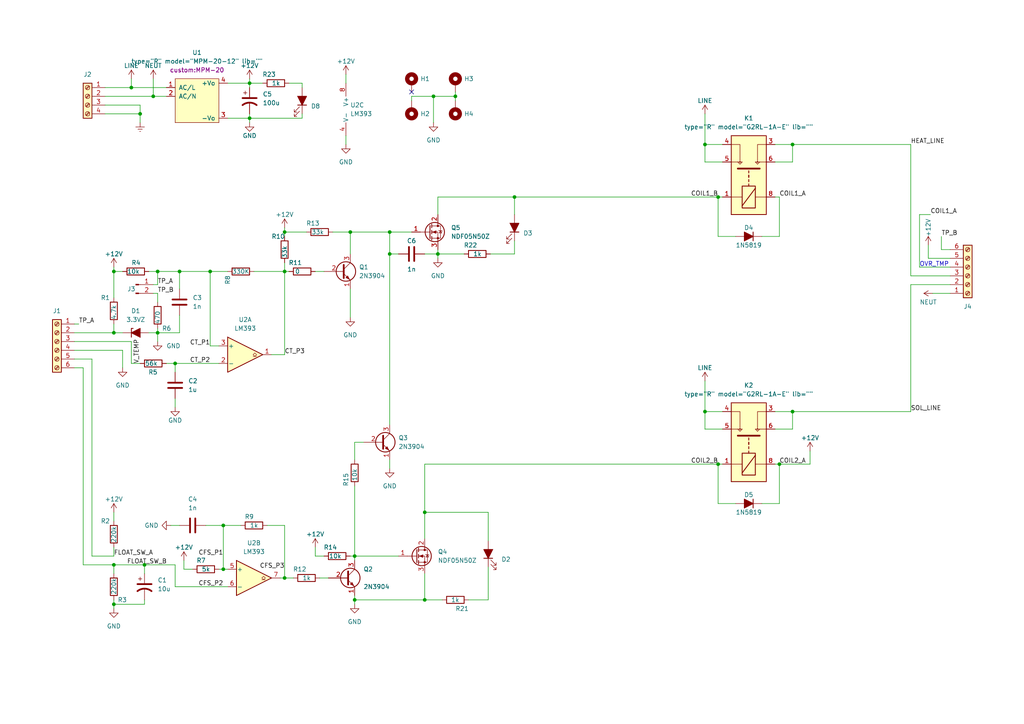
<source format=kicad_sch>
(kicad_sch (version 20211123) (generator eeschema)
  (paper "A4")
  (title_block (title "Water System Control") (date "2023-01-21") (rev "A") (company "SineLabs LTD."))
  (junction (at 33.02 175.26))
  (junction (at 123.19 173.99))
  (junction (at 33.02 78.74))
  (junction (at 208.28 134.62))
  (junction (at 82.55 67.31))
  (junction (at 40.64 33.02))
  (junction (at 72.39 24.13))
  (junction (at 72.39 34.29))
  (junction (at 113.03 67.31))
  (junction (at 123.19 148.59))
  (junction (at 453.39 212.09))
  (junction (at 38.1 25.4))
  (junction (at 127 73.66))
  (junction (at 102.87 161.29))
  (junction (at 45.72 78.74))
  (junction (at 389.89 212.09))
  (junction (at 402.59 212.09))
  (junction (at 102.87 173.99))
  (junction (at 101.6 67.31))
  (junction (at 466.09 212.09))
  (junction (at 41.91 163.83))
  (junction (at 50.8 105.41))
  (junction (at 229.87 41.91))
  (junction (at 113.03 73.66))
  (junction (at 204.47 119.38))
  (junction (at 64.77 152.4))
  (junction (at 64.77 165.1))
  (junction (at 52.07 78.74))
  (junction (at 204.47 41.91))
  (junction (at 125.73 27.94))
  (junction (at 60.96 78.74))
  (junction (at 149.225 57.15))
  (junction (at 226.06 134.62))
  (junction (at 132.08 27.94))
  (junction (at 33.02 96.52))
  (junction (at 208.28 57.15))
  (junction (at 45.72 96.52))
  (junction (at 82.55 78.74))
  (junction (at 82.55 167.64))
  (junction (at 33.02 163.83))
  (junction (at 316.23 251.46))
  (junction (at 229.87 119.38))
  (junction (at 44.45 27.94))
  (no_connect (at 119.38 26.67))
  (wire (pts (xy 149.225 57.15) (xy 208.28 57.15)))
  (wire (pts (xy 229.87 41.91) (xy 229.87 46.99)))
  (wire (pts (xy 41.91 175.26) (xy 33.02 175.26)))
  (wire (pts (xy 316.23 237.49) (xy 316.23 240.03)))
  (wire (pts (xy 229.87 119.38) (xy 264.16 119.38)))
  (wire (pts (xy 264.16 82.55) (xy 275.59 82.55)))
  (wire (pts (xy 33.02 77.47) (xy 33.02 78.74)))
  (wire (pts (xy 224.79 46.99) (xy 229.87 46.99)))
  (wire (pts (xy 208.28 68.58) (xy 208.28 57.15)))
  (wire (pts (xy 127 57.15) (xy 127 62.23)))
  (wire (pts (xy 43.18 78.74) (xy 45.72 78.74)))
  (wire (pts (xy 452.12 212.09) (xy 453.39 212.09)))
  (wire (pts (xy 53.34 165.1) (xy 55.88 165.1)))
  (wire (pts (xy 26.67 104.14) (xy 21.59 104.14)))
  (wire (pts (xy 398.78 232.41) (xy 398.78 234.95)))
  (wire (pts (xy 453.39 212.09) (xy 453.39 218.44)))
  (wire (pts (xy 304.8 251.46) (xy 306.07 251.46)))
  (wire (pts (xy 64.77 152.4) (xy 64.77 165.1)))
  (wire (pts (xy 26.67 104.14) (xy 26.67 161.29)))
  (wire (pts (xy 123.19 173.99) (xy 128.27 173.99)))
  (wire (pts (xy 275.59 72.39) (xy 273.05 72.39)))
  (wire (pts (xy 224.79 124.46) (xy 229.87 124.46)))
  (wire (pts (xy 50.8 105.41) (xy 63.5 105.41)))
  (wire (pts (xy 264.16 41.91) (xy 264.16 80.01)))
  (wire (pts (xy 64.77 165.1) (xy 66.04 165.1)))
  (wire (pts (xy 33.02 78.74) (xy 35.56 78.74)))
  (wire (pts (xy 100.33 39.37) (xy 100.33 41.91)))
  (wire (pts (xy 453.39 212.09) (xy 455.93 212.09)))
  (wire (pts (xy 93.98 161.29) (xy 91.44 161.29)))
  (wire (pts (xy 208.28 57.15) (xy 209.55 57.15)))
  (wire (pts (xy 220.98 146.05) (xy 226.06 146.05)))
  (wire (pts (xy 82.55 67.31) (xy 88.9 67.31)))
  (wire (pts (xy 35.56 101.6) (xy 35.56 106.68)))
  (wire (pts (xy 41.91 173.99) (xy 41.91 175.26)))
  (wire (pts (xy 21.59 96.52) (xy 33.02 96.52)))
  (wire (pts (xy 229.87 124.46) (xy 229.87 119.38)))
  (wire (pts (xy 102.87 173.99) (xy 102.87 175.26)))
  (wire (pts (xy 52.07 78.74) (xy 60.96 78.74)))
  (wire (pts (xy 30.48 30.48) (xy 40.64 30.48)))
  (wire (pts (xy 81.28 167.64) (xy 82.55 167.64)))
  (wire (pts (xy 83.82 24.13) (xy 87.63 24.13)))
  (wire (pts (xy 204.47 46.99) (xy 209.55 46.99)))
  (wire (pts (xy 102.87 161.29) (xy 102.87 162.56)))
  (wire (pts (xy 224.79 119.38) (xy 229.87 119.38)))
  (wire (pts (xy 33.02 96.52) (xy 35.56 96.52)))
  (wire (pts (xy 402.59 212.09) (xy 403.86 212.09)))
  (wire (pts (xy 340.36 231.14) (xy 340.36 232.41)))
  (wire (pts (xy 388.62 212.09) (xy 389.89 212.09)))
  (wire (pts (xy 132.08 27.94) (xy 132.08 29.21)))
  (wire (pts (xy 113.03 73.66) (xy 113.03 123.19)))
  (wire (pts (xy 226.06 68.58) (xy 226.06 57.15)))
  (wire (pts (xy 466.09 218.44) (xy 466.09 212.09)))
  (wire (pts (xy 21.59 93.98) (xy 22.86 93.98)))
  (wire (pts (xy 125.73 27.94) (xy 125.73 35.56)))
  (wire (pts (xy 127 72.39) (xy 127 73.66)))
  (wire (pts (xy 229.87 41.91) (xy 264.16 41.91)))
  (wire (pts (xy 52.07 78.74) (xy 52.07 83.82)))
  (wire (pts (xy 378.46 207.01) (xy 378.46 212.09)))
  (wire (pts (xy 60.96 100.33) (xy 63.5 100.33)))
  (wire (pts (xy 304.8 251.46) (xy 304.8 252.73)))
  (wire (pts (xy 141.605 148.59) (xy 141.605 156.845)))
  (wire (pts (xy 269.24 74.93) (xy 269.24 71.12)))
  (wire (pts (xy 101.6 83.82) (xy 101.6 92.075)))
  (wire (pts (xy 41.91 166.37) (xy 41.91 163.83)))
  (wire (pts (xy 33.02 93.98) (xy 33.02 96.52)))
  (wire (pts (xy 100.33 21.59) (xy 100.33 24.13)))
  (wire (pts (xy 66.04 34.29) (xy 72.39 34.29)))
  (wire (pts (xy 466.09 212.09) (xy 466.09 207.01)))
  (wire (pts (xy 402.59 218.44) (xy 402.59 212.09)))
  (wire (pts (xy 41.91 163.83) (xy 50.8 163.83)))
  (wire (pts (xy 44.45 27.94) (xy 48.26 27.94)))
  (wire (pts (xy 400.05 218.44) (xy 402.59 218.44)))
  (wire (pts (xy 463.55 212.09) (xy 466.09 212.09)))
  (wire (pts (xy 72.39 34.29) (xy 72.39 35.56)))
  (wire (pts (xy 30.48 27.94) (xy 44.45 27.94)))
  (wire (pts (xy 347.98 250.19) (xy 347.98 252.73)))
  (wire (pts (xy 204.47 124.46) (xy 209.55 124.46)))
  (wire (pts (xy 149.225 73.66) (xy 142.24 73.66)))
  (wire (pts (xy 24.13 106.68) (xy 21.59 106.68)))
  (wire (pts (xy 82.55 78.74) (xy 83.82 78.74)))
  (wire (pts (xy 204.47 33.02) (xy 204.47 41.91)))
  (wire (pts (xy 336.55 250.19) (xy 336.55 252.73)))
  (wire (pts (xy 50.8 105.41) (xy 50.8 107.95)))
  (wire (pts (xy 316.23 251.46) (xy 316.23 252.73)))
  (wire (pts (xy 127 73.66) (xy 134.62 73.66)))
  (wire (pts (xy 66.04 24.13) (xy 72.39 24.13)))
  (wire (pts (xy 38.1 99.06) (xy 38.1 105.41)))
  (wire (pts (xy 43.18 96.52) (xy 45.72 96.52)))
  (wire (pts (xy 60.96 78.74) (xy 60.96 100.33)))
  (wire (pts (xy 369.57 232.41) (xy 369.57 234.95)))
  (wire (pts (xy 102.87 128.27) (xy 102.87 133.35)))
  (wire (pts (xy 266.7 62.23) (xy 269.875 62.23)))
  (wire (pts (xy 266.7 77.47) (xy 266.7 62.23)))
  (wire (pts (xy 48.26 105.41) (xy 50.8 105.41)))
  (wire (pts (xy 270.51 85.09) (xy 275.59 85.09)))
  (wire (pts (xy 40.64 30.48) (xy 40.64 33.02)))
  (wire (pts (xy 102.87 128.27) (xy 105.41 128.27)))
  (wire (pts (xy 316.23 250.19) (xy 316.23 251.46)))
  (wire (pts (xy 208.28 134.62) (xy 209.55 134.62)))
  (wire (pts (xy 60.96 78.74) (xy 66.04 78.74)))
  (wire (pts (xy 264.16 80.01) (xy 275.59 80.01)))
  (wire (pts (xy 101.6 67.31) (xy 113.03 67.31)))
  (wire (pts (xy 21.59 99.06) (xy 38.1 99.06)))
  (wire (pts (xy 102.87 161.29) (xy 115.57 161.29)))
  (wire (pts (xy 72.39 24.13) (xy 76.2 24.13)))
  (wire (pts (xy 44.45 22.86) (xy 44.45 27.94)))
  (wire (pts (xy 24.13 106.68) (xy 24.13 163.83)))
  (wire (pts (xy 389.89 218.44) (xy 392.43 218.44)))
  (wire (pts (xy 119.38 27.94) (xy 119.38 29.21)))
  (wire (pts (xy 33.02 176.53) (xy 33.02 175.26)))
  (wire (pts (xy 264.16 82.55) (xy 264.16 119.38)))
  (wire (pts (xy 102.87 173.99) (xy 123.19 173.99)))
  (wire (pts (xy 52.07 91.44) (xy 52.07 96.52)))
  (wire (pts (xy 213.36 68.58) (xy 208.28 68.58)))
  (wire (pts (xy 87.63 33.02) (xy 87.63 34.29)))
  (wire (pts (xy 123.19 73.66) (xy 127 73.66)))
  (wire (pts (xy 45.72 78.74) (xy 52.07 78.74)))
  (wire (pts (xy 21.59 101.6) (xy 35.56 101.6)))
  (wire (pts (xy 50.8 115.57) (xy 50.8 118.11)))
  (wire (pts (xy 33.02 175.26) (xy 33.02 173.99)))
  (wire (pts (xy 82.55 76.2) (xy 82.55 78.74)))
  (wire (pts (xy 226.06 146.05) (xy 226.06 134.62)))
  (wire (pts (xy 113.03 67.31) (xy 119.38 67.31)))
  (wire (pts (xy 224.79 41.91) (xy 229.87 41.91)))
  (wire (pts (xy 398.78 250.19) (xy 398.78 252.73)))
  (wire (pts (xy 50.8 163.83) (xy 50.8 170.18)))
  (wire (pts (xy 204.47 41.91) (xy 209.55 41.91)))
  (wire (pts (xy 220.98 68.58) (xy 226.06 68.58)))
  (wire (pts (xy 41.91 163.83) (xy 33.02 163.83)))
  (wire (pts (xy 26.67 161.29) (xy 33.02 161.29)))
  (wire (pts (xy 78.74 102.87) (xy 82.55 102.87)))
  (wire (pts (xy 82.55 67.31) (xy 82.55 68.58)))
  (wire (pts (xy 453.39 218.44) (xy 455.93 218.44)))
  (wire (pts (xy 113.03 67.31) (xy 113.03 73.66)))
  (wire (pts (xy 119.38 27.94) (xy 125.73 27.94)))
  (wire (pts (xy 113.03 133.35) (xy 113.03 135.89)))
  (wire (pts (xy 33.02 163.83) (xy 33.02 166.37)))
  (wire (pts (xy 441.96 212.09) (xy 444.5 212.09)))
  (wire (pts (xy 213.36 146.05) (xy 208.28 146.05)))
  (wire (pts (xy 38.1 22.86) (xy 38.1 25.4)))
  (wire (pts (xy 123.19 148.59) (xy 141.605 148.59)))
  (wire (pts (xy 96.52 67.31) (xy 101.6 67.31)))
  (wire (pts (xy 135.89 173.99) (xy 141.605 173.99)))
  (wire (pts (xy 40.64 33.02) (xy 40.64 35.56)))
  (wire (pts (xy 336.55 237.49) (xy 336.55 240.03)))
  (wire (pts (xy 389.89 212.09) (xy 389.89 218.44)))
  (wire (pts (xy 123.19 156.21) (xy 123.19 148.59)))
  (wire (pts (xy 72.39 22.86) (xy 72.39 24.13)))
  (wire (pts (xy 326.39 237.49) (xy 326.39 240.03)))
  (wire (pts (xy 266.7 77.47) (xy 275.59 77.47)))
  (wire (pts (xy 73.66 78.74) (xy 82.55 78.74)))
  (wire (pts (xy 33.02 158.75) (xy 33.02 161.29)))
  (wire (pts (xy 234.95 134.62) (xy 234.95 130.81)))
  (wire (pts (xy 82.55 152.4) (xy 77.47 152.4)))
  (wire (pts (xy 53.34 162.56) (xy 53.34 165.1)))
  (wire (pts (xy 113.03 73.66) (xy 115.57 73.66)))
  (wire (pts (xy 326.39 250.19) (xy 326.39 252.73)))
  (wire (pts (xy 208.28 146.05) (xy 208.28 134.62)))
  (wire (pts (xy 224.79 134.62) (xy 226.06 134.62)))
  (wire (pts (xy 123.19 148.59) (xy 123.19 134.62)))
  (wire (pts (xy 123.19 166.37) (xy 123.19 173.99)))
  (wire (pts (xy 38.1 25.4) (xy 48.26 25.4)))
  (wire (pts (xy 30.48 33.02) (xy 40.64 33.02)))
  (wire (pts (xy 340.36 232.41) (xy 342.9 232.41)))
  (wire (pts (xy 82.55 167.64) (xy 85.09 167.64)))
  (wire (pts (xy 45.72 95.25) (xy 45.72 96.52)))
  (wire (pts (xy 72.39 33.02) (xy 72.39 34.29)))
  (wire (pts (xy 204.47 110.49) (xy 204.47 119.38)))
  (wire (pts (xy 49.53 152.4) (xy 52.07 152.4)))
  (wire (pts (xy 204.47 119.38) (xy 204.47 124.46)))
  (wire (pts (xy 102.87 140.97) (xy 102.87 161.29)))
  (wire (pts (xy 30.48 25.4) (xy 38.1 25.4)))
  (wire (pts (xy 101.6 161.29) (xy 102.87 161.29)))
  (wire (pts (xy 463.55 218.44) (xy 466.09 218.44)))
  (wire (pts (xy 45.72 78.74) (xy 45.72 82.55)))
  (wire (pts (xy 59.69 152.4) (xy 64.77 152.4)))
  (wire (pts (xy 132.08 26.67) (xy 132.08 27.94)))
  (wire (pts (xy 149.225 57.15) (xy 149.225 62.23)))
  (wire (pts (xy 91.44 161.29) (xy 91.44 158.75)))
  (wire (pts (xy 275.59 74.93) (xy 269.24 74.93)))
  (wire (pts (xy 204.47 41.91) (xy 204.47 46.99)))
  (wire (pts (xy 45.72 87.63) (xy 45.72 85.09)))
  (wire (pts (xy 87.63 34.29) (xy 72.39 34.29)))
  (wire (pts (xy 91.44 78.74) (xy 93.98 78.74)))
  (wire (pts (xy 33.02 78.74) (xy 33.02 86.36)))
  (wire (pts (xy 204.47 119.38) (xy 209.55 119.38)))
  (wire (pts (xy 313.69 251.46) (xy 316.23 251.46)))
  (wire (pts (xy 50.8 170.18) (xy 66.04 170.18)))
  (wire (pts (xy 82.55 78.74) (xy 82.55 102.87)))
  (wire (pts (xy 125.73 27.94) (xy 132.08 27.94)))
  (wire (pts (xy 87.63 24.13) (xy 87.63 25.4)))
  (wire (pts (xy 102.87 172.72) (xy 102.87 173.99)))
  (wire (pts (xy 273.05 72.39) (xy 273.05 68.58)))
  (wire (pts (xy 38.1 105.41) (xy 40.64 105.41)))
  (wire (pts (xy 141.605 164.465) (xy 141.605 173.99)))
  (wire (pts (xy 45.72 85.09) (xy 44.45 85.09)))
  (wire (pts (xy 378.46 212.09) (xy 381 212.09)))
  (wire (pts (xy 123.19 134.62) (xy 208.28 134.62)))
  (wire (pts (xy 412.75 212.09) (xy 412.75 207.01)))
  (wire (pts (xy 400.05 212.09) (xy 402.59 212.09)))
  (wire (pts (xy 44.45 82.55) (xy 45.72 82.55)))
  (wire (pts (xy 82.55 66.04) (xy 82.55 67.31)))
  (wire (pts (xy 369.57 250.19) (xy 369.57 252.73)))
  (wire (pts (xy 69.85 152.4) (xy 64.77 152.4)))
  (wire (pts (xy 101.6 67.31) (xy 101.6 73.66)))
  (wire (pts (xy 92.71 167.64) (xy 95.25 167.64)))
  (wire (pts (xy 33.02 148.59) (xy 33.02 151.13)))
  (wire (pts (xy 82.55 167.64) (xy 82.55 152.4)))
  (wire (pts (xy 411.48 212.09) (xy 412.75 212.09)))
  (wire (pts (xy 52.07 96.52) (xy 45.72 96.52)))
  (wire (pts (xy 355.6 232.41) (xy 355.6 231.14)))
  (wire (pts (xy 45.72 96.52) (xy 45.72 99.06)))
  (wire (pts (xy 127 57.15) (xy 149.225 57.15)))
  (wire (pts (xy 353.06 232.41) (xy 355.6 232.41)))
  (wire (pts (xy 24.13 163.83) (xy 33.02 163.83)))
  (wire (pts (xy 224.79 57.15) (xy 226.06 57.15)))
  (wire (pts (xy 63.5 165.1) (xy 64.77 165.1)))
  (wire (pts (xy 149.225 69.85) (xy 149.225 73.66)))
  (wire (pts (xy 72.39 24.13) (xy 72.39 25.4)))
  (wire (pts (xy 389.89 212.09) (xy 392.43 212.09)))
  (wire (pts (xy 127 73.66) (xy 127 74.93)))
  (wire (pts (xy 441.96 207.01) (xy 441.96 212.09)))
  (wire (pts (xy 226.06 134.62) (xy 234.95 134.62)))
  (text "OVR_TMP" (at 266.7 77.47 0) (effects (font (size 1.27 1.27)) (justify left bottom)))
  (text ".tran 500u 4 0" (at 305.435 224.79 0) (effects (font (size 1.27 1.27)) (justify left bottom)))
  (label "CFS_P2" (at 64.77 170.18 180))
  (label "FLOAT_SW_B" (at 36.83 163.83 0))
  (label "TP_B" (at 273.05 68.58 0))
  (label "CFS_P3" (at 408.94 242.57 0))
  (label "V_TEMP" (at 40.64 105.41 90))
  (label "FLOAT_SW_B" (at 355.6 231.14 90))
  (label "COIL1_A" (at 226.06 57.15 0))
  (label "V_TEMP" (at 336.55 237.49 90))
  (label "COIL2_A" (at 226.06 134.62 0))
  (label "CT_P3" (at 379.73 242.57 0))
  (label "COIL2_B" (at 208.28 134.62 180))
  (label "COIL2_A" (at 441.96 207.01 90))
  (label "COIL1_B" (at 208.28 57.15 180))
  (label "TP_A" (at 360.68 210.82 0))
  (label "SOL_LINE" (at 264.16 119.38 0))
  (label "CFS_P1" (at 64.77 161.29 180))
  (label "CT_P2" (at 60.96 105.41 180))
  (label "CT_P2" (at 364.49 245.11 180))
  (label "TP_B" (at 45.72 85.09 0))
  (label "FLOAT_SW_A" (at 33.02 161.29 0))
  (label "CFS_P2" (at 393.7 245.11 180))
  (label "CFS_P1" (at 393.7 240.03 180))
  (label "FLOAT_SW_A" (at 340.36 231.14 90))
  (label "COIL1_A" (at 378.46 207.01 90))
  (label "COIL1_B" (at 412.75 207.01 90))
  (label "CT_P1" (at 60.96 100.33 180))
  (label "COIL2_B" (at 466.09 207.01 90))
  (label "TP_A" (at 45.72 82.55 0))
  (label "CT_P1" (at 364.49 240.03 180))
  (label "TP_A" (at 22.86 93.98 0))
  (label "TP_B" (at 353.06 210.82 180))
  (label "COIL1_A" (at 269.875 62.23 0))
  (label "CFS_P3" (at 82.55 165.1 180))
  (label "HEAT_LINE" (at 264.16 41.91 0))
  (label "CT_P3" (at 82.55 102.87 0))
  (symbol (lib_id "Simulation_SPICE:VSIN") (at 316.23 245.11 0) (unit 1) (in_bom no) (on_board no)
    (property "Reference" "V1" (at 317.5 241.3 0) (effects (justify left)))
    (property "Value" "VSIN" (at 317.5 248.92 0) (effects (justify left)))
    (property "Spice_Netlist_Enabled" "Y" (effects hide))
    (property "Spice_Primitive" "V" (effects hide))
    (property "Spice_Model" "sin(0 120 60 0)" (at 309.88 262.89 0) (effects (justify left)))
  )
  (symbol (lib_id "Device:R") (at 33.02 170.18 0) (unit 1)
    (property "Reference" "R3" (at 36.83 173.99 0) (effects (justify right)))
    (property "Value" "220k" (at 33.02 167.64 90) (effects (justify right)))
    (property "Footprint" "Resistor_THT:R_Axial_DIN0204_L3.6mm_D1.6mm_P7.62mm_Horizontal" (effects hide))
  )
  (symbol (lib_id "Connector:Conn_01x02_Male") (at 39.37 82.55 0) (unit 1)
    (property "Reference" "J3" (at 38.1 83.82 0))
    (property "Value" "Conn_01x02_Male" (effects hide))
    (property "Footprint" "Connector_PinHeader_2.54mm:PinHeader_1x02_P2.54mm_Vertical" (effects hide))
    (property "Spice_Primitive" "J" (effects hide))
    (property "Spice_Model" "Conn_01x02_Male" (effects hide))
    (property "Spice_Netlist_Enabled" "N" (effects hide))
  )
  (symbol (lib_id "power:LINE") (at 38.1 22.86 0) (unit 1)
    (property "Reference" "#PWR05" (effects hide))
    (property "Value" "LINE" (at 38.1 19.05 0))
  )
  (symbol (lib_id "Device:L") (at 396.24 212.09 270) (unit 1) (in_bom no) (on_board no)
    (property "Reference" "L1" (at 396.24 207.01 90))
    (property "Value" "25u" (at 396.24 209.55 90))
  )
  (symbol (lib_id "power:GND") (at 49.53 152.4 270) (unit 1)
    (property "Reference" "#PWR09" (effects hide))
    (property "Value" "GND" (at 41.91 152.4 90) (effects (justify left)))
  )
  (symbol (lib_id "power:GND") (at 125.73 35.56 0) (unit 1)
    (property "Reference" "#PWR021" (effects hide))
    (property "Value" "GND" (at 125.73 40.64 0))
  )
  (symbol (lib_id "Simulation_SPICE:VDC") (at 326.39 245.11 0) (unit 1) (in_bom no) (on_board no)
    (property "Reference" "V2" (at 327.66 241.3 0) (effects (justify left)))
    (property "Value" "VDC" (at 327.66 250.19 0) (effects (justify left)))
    (property "Spice_Netlist_Enabled" "Y" (effects hide))
    (property "Spice_Primitive" "V" (effects hide))
    (property "Spice_Model" "dc 12" (at 309.88 265.43 0) (effects (justify left)))
  )
  (symbol (lib_id "Device:C_Polarized_US") (at 41.91 170.18 0) (unit 1)
    (property "Reference" "C1" (at 45.72 168.2749 0) (effects (justify left)))
    (property "Value" "10u" (at 45.72 170.8149 0) (effects (justify left)))
    (property "Footprint" "Capacitor_THT:CP_Radial_D4.0mm_P1.50mm" (effects hide))
  )
  (symbol (lib_id "power:GND") (at 101.6 92.075 0) (unit 1)
    (property "Reference" "#PWR018" (effects hide))
    (property "Value" "GND" (at 101.6 97.155 0))
  )
  (symbol (lib_id "Connector:Screw_Terminal_01x04") (at 25.4 27.94 0) (mirror y) (unit 1)
    (property "Reference" "J2" (at 25.4 21.59 0))
    (property "Value" "Screw_Terminal_01x04" (effects hide))
    (property "Footprint" "custom:PHOENIX_1017516" (effects hide))
    (property "Spice_Primitive" "J" (effects hide))
    (property "Spice_Model" "Screw_Terminal_01x04" (effects hide))
    (property "Spice_Netlist_Enabled" "N" (effects hide))
  )
  (symbol (lib_id "Mechanical:MountingHole_Pad") (at 119.38 31.75 180) (unit 1)
    (property "Reference" "H2" (at 121.92 33.0199 0) (effects (justify right)))
    (property "Value" "MountingHole_Pad" (effects hide))
    (property "Footprint" "MountingHole:MountingHole_3.7mm_Pad" (effects hide))
    (property "Spice_Primitive" "R" (effects hide))
    (property "Spice_Netlist_Enabled" "N" (effects hide))
  )
  (symbol (lib_id "power:GND") (at 113.03 135.89 0) (unit 1)
    (property "Reference" "#PWR020" (effects hide))
    (property "Value" "GND" (at 113.03 140.97 0))
  )
  (symbol (lib_id "power:NEUT") (at 316.23 252.73 180) (unit 1) (in_bom no) (on_board no)
    (property "Reference" "#PWR030" (effects hide))
    (property "Value" "NEUT" (at 316.23 257.81 0))
  )
  (symbol (lib_id "Connector:Screw_Terminal_01x06") (at 280.67 80.01 0) (mirror x) (unit 1)
    (property "Reference" "J4" (at 280.67 88.9 0))
    (property "Value" "Screw_Terminal_01x06" (effects hide))
    (property "Footprint" "custom:OSTYK42106030" (effects hide))
    (property "Spice_Primitive" "J" (effects hide))
    (property "Spice_Model" "Screw_Terminal_01x06" (effects hide))
    (property "Spice_Netlist_Enabled" "N" (effects hide))
  )
  (symbol (lib_id "power:+12V") (at 269.24 71.12 0) (unit 1)
    (property "Reference" "#PWR026" (effects hide))
    (property "Value" "+12V" (at 269.24 66.04 90))
  )
  (symbol (lib_id "Device:Q_NMOS_GDS") (at 124.46 67.31 0) (unit 1)
    (property "Reference" "Q5" (at 130.81 66.0399 0) (effects (justify left)))
    (property "Value" "NDF05N50Z" (at 130.81 68.5799 0) (effects (justify left)))
    (property "Footprint" "Package_TO_SOT_THT:TO-220-3_Vertical" (effects hide))
    (property "Spice_Primitive" "M" (effects hide))
    (property "Spice_Model" "IRF7805" (effects hide))
    (property "Spice_Netlist_Enabled" "Y" (effects hide))
    (property "Spice_Node_Sequence" "2 1 3" (effects hide))
    (property "Spice_Lib_File" "/home/tanderson/Projects/kicad-spice-library/Models/Transistor/FET/MOS.lib" (effects hide))
  )
  (symbol (lib_id "Device:Q_NPN_EBC") (at 110.49 128.27 0) (unit 1)
    (property "Reference" "Q3" (at 115.57 126.9999 0) (effects (justify left)))
    (property "Value" "2N3904" (at 115.57 129.5399 0) (effects (justify left)))
    (property "Footprint" "Package_TO_SOT_THT:TO-92_Inline" (effects hide))
    (property "Spice_Primitive" "Q" (effects hide))
    (property "Spice_Model" "2N3904" (effects hide))
    (property "Spice_Netlist_Enabled" "Y" (effects hide))
    (property "Spice_Node_Sequence" "3 2 1" (effects hide))
    (property "Spice_Lib_File" "/home/tanderson/Projects/kicad-spice-library/Models/Transistor/BJT/BJT.lib" (effects hide))
  )
  (symbol (lib_id "power:GND") (at 50.8 118.11 0) (unit 1)
    (property "Reference" "#PWR010" (effects hide))
    (property "Value" "GND" (at 50.8 121.92 0))
  )
  (symbol (lib_id "custom:G2RL-1A-E") (at 217.17 50.8 0) (mirror y) (unit 1)
    (property "Reference" "K1" (at 217.17 34.29 0))
    (property "Value" "G2RL-1A-E" (at 217.17 36.83 0))
    (property "Footprint" "custom:G2RL-1A-E" (effects hide))
    (property "Spice_Primitive" "R" (effects hide))
    (property "Spice_Netlist_Enabled" "N" (at 223.52 38.1 0))
  )
  (symbol (lib_id "power:NEUT") (at 270.51 85.09 90) (unit 1)
    (property "Reference" "#PWR027" (effects hide))
    (property "Value" "NEUT" (at 269.24 87.63 90))
  )
  (symbol (lib_id "power:+12V") (at 53.34 162.56 0) (unit 1)
    (property "Reference" "#PWR011" (effects hide))
    (property "Value" "+12V" (at 53.34 158.75 0))
  )
  (symbol (lib_id "power:GND") (at 33.02 176.53 0) (unit 1)
    (property "Reference" "#PWR03" (effects hide))
    (property "Value" "GND" (at 33.02 181.61 0))
  )
  (symbol (lib_id "power:GND") (at 127 74.93 0) (unit 1)
    (property "Reference" "#PWR022" (effects hide))
    (property "Value" "GND" (at 127 80.01 0))
  )
  (symbol (lib_id "Device:D_Zener_Filled") (at 39.37 96.52 0) (unit 1)
    (property "Reference" "D1" (at 39.37 90.17 0))
    (property "Value" "3.3VZ" (at 39.37 92.71 0))
    (property "Footprint" "Diode_THT:D_DO-35_SOD27_P7.62mm_Horizontal" (effects hide))
    (property "Spice_Primitive" "X" (effects hide))
    (property "Spice_Model" "DI_1N4763A" (effects hide))
    (property "Spice_Netlist_Enabled" "N" (effects hide))
    (property "Spice_Lib_File" "/home/tanderson/Projects/kicad-spice-library/Models/Diode/zener.lib" (effects hide))
  )
  (symbol (lib_id "Device:R") (at 82.55 72.39 180) (unit 1)
    (property "Reference" "R10" (at 78.74 68.58 0) (effects (justify right)))
    (property "Value" "33k" (at 82.55 74.93 90) (effects (justify right)))
    (property "Footprint" "Resistor_THT:R_Axial_DIN0204_L3.6mm_D1.6mm_P7.62mm_Horizontal" (effects hide))
    (property "Spice_Primitive" "R" (effects hide))
    (property "Spice_Model" "33k" (effects hide))
    (property "Spice_Netlist_Enabled" "Y" (effects hide))
  )
  (symbol (lib_id "Device:D_Filled") (at 217.17 68.58 180) (unit 1)
    (property "Reference" "D4" (at 217.17 66.04 0))
    (property "Value" "1N5819" (at 217.17 71.12 0))
    (property "Footprint" "Diode_THT:D_DO-41_SOD81_P10.16mm_Horizontal" (effects hide))
    (property "Spice_Primitive" "D" (effects hide))
    (property "Spice_Model" ".Schottky" (effects hide))
    (property "Spice_Netlist_Enabled" "N" (at 214.63 67.31 0))
    (property "Spice_Lib_File" "/home/tanderson/Projects/kicad-spice-library/Models/uncategorized/IdealDiode.lib" (effects hide))
  )
  (symbol (lib_id "Device:C") (at 55.88 152.4 90) (unit 1)
    (property "Reference" "C4" (at 55.88 144.78 90))
    (property "Value" "1n" (at 55.88 147.32 90))
    (property "Footprint" "Capacitor_THT:C_Disc_D3.4mm_W2.1mm_P2.50mm" (effects hide))
  )
  (symbol (lib_id "power:NEUT") (at 44.45 22.86 0) (unit 1)
    (property "Reference" "#PWR07" (effects hide))
    (property "Value" "NEUT" (at 44.45 19.05 0))
  )
  (symbol (lib_id "power:+12V") (at 33.02 77.47 0) (unit 1)
    (property "Reference" "#PWR01" (effects hide))
    (property "Value" "+12V" (at 33.02 73.66 0))
  )
  (symbol (lib_id "power:Earth") (at 40.64 35.56 0) (unit 1)
    (property "Reference" "#PWR06" (effects hide))
    (property "Value" "Earth" (effects hide))
  )
  (symbol (lib_id "custom:MPM-20-12") (at 57.15 30.48 0) (unit 1)
    (property "Reference" "U1" (at 57.15 15.24 0))
    (property "Value" "MPM-20-12" (at 57.15 17.78 0))
    (property "Footprint" "custom:MPM-20" (at 57.15 20.32 0))
    (property "Spice_Primitive" "R" (effects hide))
    (property "Spice_Netlist_Enabled" "N" (effects hide))
  )
  (symbol (lib_id "Device:Q_NPN_EBC") (at 100.33 167.64 0) (unit 1)
    (property "Reference" "Q2" (at 105.41 165.1 0) (effects (justify left)))
    (property "Value" "2N3904" (at 105.41 170.18 0) (effects (justify left)))
    (property "Footprint" "Package_TO_SOT_THT:TO-92_Inline" (effects hide))
    (property "Spice_Primitive" "Q" (effects hide))
    (property "Spice_Model" "2N3904" (effects hide))
    (property "Spice_Netlist_Enabled" "Y" (effects hide))
    (property "Spice_Node_Sequence" "3 2 1" (effects hide))
    (property "Spice_Lib_File" "/home/tanderson/Projects/kicad-spice-library/Models/Transistor/BJT/BJT.lib" (effects hide))
  )
  (symbol (lib_id "Device:R") (at 59.69 165.1 270) (unit 1)
    (property "Reference" "R7" (at 59.69 162.56 90) (effects (justify right)))
    (property "Value" "5k" (at 60.96 165.1 90) (effects (justify right)))
    (property "Footprint" "Resistor_THT:R_Axial_DIN0204_L3.6mm_D1.6mm_P7.62mm_Horizontal" (effects hide))
  )
  (symbol (lib_id "Connector:Screw_Terminal_01x06") (at 16.51 99.06 0) (mirror y) (unit 1)
    (property "Reference" "J1" (at 16.51 90.17 0))
    (property "Value" "Screw_Terminal_01x06" (effects hide))
    (property "Footprint" "custom:OSTYK42106030" (effects hide))
    (property "Spice_Primitive" "J" (effects hide))
    (property "Spice_Model" "Screw_Terminal_01x06" (effects hide))
    (property "Spice_Netlist_Enabled" "N" (effects hide))
  )
  (symbol (lib_id "Comparator:LM393") (at 73.66 167.64 0) (unit 2)
    (property "Reference" "U2" (at 73.66 157.48 0))
    (property "Value" "LM393" (at 73.66 160.02 0))
    (property "Footprint" "Package_DIP:DIP-8_W7.62mm" (effects hide))
    (property "Datasheet" "http://www.ti.com/lit/ds/symlink/lm393.pdf" (effects hide))
    (property "Spice_Primitive" "R" (effects hide))
    (property "Spice_Netlist_Enabled" "N" (at 77.47 170.18 0))
    (property "Spice_Model" "LM393" (effects hide))
  )
  (symbol (lib_id "custom:G2RL-1A-E") (at 217.17 128.27 0) (mirror y) (unit 1)
    (property "Reference" "K2" (at 217.17 111.76 0))
    (property "Value" "G2RL-1A-E" (at 217.17 114.3 0))
    (property "Footprint" "custom:G2RL-1A-E" (effects hide))
    (property "Spice_Primitive" "R" (effects hide))
    (property "Spice_Netlist_Enabled" "N" (effects hide))
  )
  (symbol (lib_id "Device:R") (at 45.72 91.44 180) (unit 1)
    (property "Reference" "R6" (at 46.99 95.25 0) (effects (justify right)))
    (property "Value" "470" (at 45.72 93.98 90) (effects (justify right)))
    (property "Footprint" "Resistor_THT:R_Axial_DIN0204_L3.6mm_D1.6mm_P7.62mm_Horizontal" (effects hide))
  )
  (symbol (lib_id "power:+12V") (at 326.39 237.49 0) (unit 1) (in_bom no) (on_board no)
    (property "Reference" "#PWR031" (effects hide))
    (property "Value" "+12V" (at 326.39 233.68 0))
  )
  (symbol (lib_id "Device:C") (at 50.8 111.76 0) (unit 1)
    (property "Reference" "C2" (at 54.61 110.4899 0) (effects (justify left)))
    (property "Value" "1u" (at 54.61 113.0299 0) (effects (justify left)))
    (property "Footprint" "Capacitor_THT:C_Disc_D3.4mm_W2.1mm_P2.50mm" (effects hide))
    (property "Spice_Primitive" "C" (effects hide))
    (property "Spice_Model" "1u" (effects hide))
    (property "Spice_Netlist_Enabled" "Y" (effects hide))
  )
  (symbol (lib_id "power:GND") (at 45.72 99.06 0) (unit 1)
    (property "Reference" "#PWR08" (effects hide))
    (property "Value" "GND" (at 48.26 100.3299 0) (effects (justify left)))
  )
  (symbol (lib_id "Device:Q_NMOS_GDS") (at 120.65 161.29 0) (unit 1)
    (property "Reference" "Q4" (at 127 160.0199 0) (effects (justify left)))
    (property "Value" "NDF05N50Z" (at 127 162.5599 0) (effects (justify left)))
    (property "Footprint" "Package_TO_SOT_THT:TO-220-3_Vertical" (effects hide))
    (property "Spice_Primitive" "M" (effects hide))
    (property "Spice_Model" "IRF7805" (effects hide))
    (property "Spice_Netlist_Enabled" "Y" (effects hide))
    (property "Spice_Node_Sequence" "2 1 3" (effects hide))
    (property "Spice_Lib_File" "/home/tanderson/Projects/kicad-spice-library/Models/Transistor/FET/MOS.lib" (effects hide))
  )
  (symbol (lib_id "power:GND") (at 102.87 175.26 0) (unit 1)
    (property "Reference" "#PWR019" (effects hide))
    (property "Value" "GND" (at 102.87 180.34 0))
  )
  (symbol (lib_id "Device:D_Filled") (at 217.17 146.05 180) (unit 1)
    (property "Reference" "D5" (at 217.17 143.51 0))
    (property "Value" "1N5819" (at 217.17 148.59 0))
    (property "Footprint" "Diode_THT:D_DO-41_SOD81_P10.16mm_Horizontal" (effects hide))
    (property "Spice_Primitive" "D" (effects hide))
    (property "Spice_Model" ".Schottky" (effects hide))
    (property "Spice_Netlist_Enabled" "N" (at 214.63 144.78 0))
    (property "Spice_Lib_File" "/home/tanderson/Projects/kicad-spice-library/Models/uncategorized/IdealDiode.lib" (effects hide))
  )
  (symbol (lib_id "Simulation_SPICE:VDC") (at 347.98 245.11 0) (unit 1) (in_bom no) (on_board no)
    (property "Reference" "V4" (at 349.25 241.3 0) (effects (justify left)))
    (property "Value" "VDC" (at 350.52 248.92 0) (effects (justify left)))
    (property "Spice_Netlist_Enabled" "Y" (effects hide))
    (property "Spice_Primitive" "V" (effects hide))
    (property "Spice_Model" "dc 12 pulse(0 12 100m 10u 10u 1.2)" (at 309.88 270.51 0) (effects (justify left)))
  )
  (symbol (lib_id "power:GND") (at 369.57 252.73 0) (unit 1) (in_bom no) (on_board no)
    (property "Reference" "#PWR036" (effects hide))
    (property "Value" "GND" (at 369.57 257.81 0))
  )
  (symbol (lib_id "Device:LED_Filled") (at 141.605 160.655 90) (unit 1)
    (property "Reference" "D2" (at 145.415 162.2424 90) (effects (justify right)))
    (property "Value" "LED_Filled" (effects hide))
    (property "Footprint" "LED_THT:LED_D3.0mm_Clear" (effects hide))
    (property "Spice_Primitive" "D" (effects hide))
    (property "Spice_Model" "LED_Filled" (effects hide))
    (property "Spice_Netlist_Enabled" "N" (effects hide))
  )
  (symbol (lib_id "power:+12V") (at 33.02 148.59 0) (unit 1)
    (property "Reference" "#PWR02" (effects hide))
    (property "Value" "+12V" (at 33.02 144.78 0))
  )
  (symbol (lib_id "Device:R") (at 102.87 137.16 0) (unit 1)
    (property "Reference" "R15" (at 100.33 137.16 90) (effects (justify right)))
    (property "Value" "10k" (at 102.87 135.89 90) (effects (justify right)))
    (property "Footprint" "Resistor_THT:R_Axial_DIN0204_L3.6mm_D1.6mm_P7.62mm_Horizontal" (effects hide))
    (property "Spice_Primitive" "R" (effects hide))
    (property "Spice_Model" "10k" (effects hide))
    (property "Spice_Netlist_Enabled" "Y" (effects hide))
  )
  (symbol (lib_id "Device:R") (at 80.01 24.13 270) (unit 1)
    (property "Reference" "R23" (at 80.01 21.59 90) (effects (justify right)))
    (property "Value" "1k" (at 81.28 24.13 90) (effects (justify right)))
    (property "Footprint" "Resistor_THT:R_Axial_DIN0204_L3.6mm_D1.6mm_P7.62mm_Horizontal" (effects hide))
  )
  (symbol (lib_id "Device:R") (at 138.43 73.66 270) (unit 1)
    (property "Reference" "R22" (at 138.43 71.12 90) (effects (justify right)))
    (property "Value" "1k" (at 139.7 73.66 90) (effects (justify right)))
    (property "Footprint" "Resistor_THT:R_Axial_DIN0204_L3.6mm_D1.6mm_P7.62mm_Horizontal" (effects hide))
  )
  (symbol (lib_id "Device:R") (at 69.85 78.74 270) (unit 1)
    (property "Reference" "R8" (at 66.04 82.55 0) (effects (justify right)))
    (property "Value" "330K" (at 72.39 78.74 90) (effects (justify right)))
    (property "Footprint" "Resistor_THT:R_Axial_DIN0204_L3.6mm_D1.6mm_P7.62mm_Horizontal" (effects hide))
  )
  (symbol (lib_id "Mechanical:MountingHole_Pad") (at 132.08 24.13 0) (unit 1)
    (property "Reference" "H3" (at 134.62 22.8599 0) (effects (justify left)))
    (property "Value" "MountingHole_Pad" (effects hide))
    (property "Footprint" "MountingHole:MountingHole_3.7mm_Pad" (effects hide))
    (property "Spice_Primitive" "R" (effects hide))
    (property "Spice_Netlist_Enabled" "N" (effects hide))
  )
  (symbol (lib_id "Device:R") (at 448.31 212.09 90) (unit 1) (in_bom no) (on_board no)
    (property "Reference" "R20" (at 448.31 209.55 90))
    (property "Value" "250" (at 448.31 212.09 90))
  )
  (symbol (lib_id "Device:R") (at 88.9 167.64 270) (unit 1)
    (property "Reference" "R12" (at 88.9 165.1 90) (effects (justify right)))
    (property "Value" "1k" (at 90.17 167.64 90) (effects (justify right)))
    (property "Footprint" "Resistor_THT:R_Axial_DIN0204_L3.6mm_D1.6mm_P7.62mm_Horizontal" (effects hide))
  )
  (symbol (lib_id "power:LINE") (at 204.47 110.49 0) (unit 1)
    (property "Reference" "#PWR024" (effects hide))
    (property "Value" "LINE" (at 204.47 106.68 0))
  )
  (symbol (lib_id "power:GND") (at 326.39 252.73 0) (unit 1) (in_bom no) (on_board no)
    (property "Reference" "#PWR032" (effects hide))
    (property "Value" "GND" (at 326.39 257.81 0))
  )
  (symbol (lib_id "power:+12V") (at 234.95 130.81 0) (unit 1)
    (property "Reference" "#PWR025" (effects hide))
    (property "Value" "+12V" (at 234.95 127 0))
  )
  (symbol (lib_id "Device:R") (at 33.02 154.94 180) (unit 1)
    (property "Reference" "R2" (at 29.21 151.13 0) (effects (justify right)))
    (property "Value" "220k" (at 33.02 157.48 90) (effects (justify right)))
    (property "Footprint" "Resistor_THT:R_Axial_DIN0204_L3.6mm_D1.6mm_P7.62mm_Horizontal" (effects hide))
  )
  (symbol (lib_id "power:GND") (at 35.56 106.68 0) (unit 1)
    (property "Reference" "#PWR04" (effects hide))
    (property "Value" "GND" (at 35.56 111.76 0))
  )
  (symbol (lib_id "Device:C") (at 52.07 87.63 0) (unit 1)
    (property "Reference" "C3" (at 55.88 86.3599 0) (effects (justify left)))
    (property "Value" "1n" (at 55.88 88.8999 0) (effects (justify left)))
    (property "Footprint" "Capacitor_THT:C_Disc_D3.4mm_W2.1mm_P2.50mm" (effects hide))
    (property "Spice_Primitive" "C" (effects hide))
    (property "Spice_Model" "1n" (effects hide))
    (property "Spice_Netlist_Enabled" "Y" (effects hide))
  )
  (symbol (lib_id "Device:R") (at 384.81 212.09 90) (unit 1) (in_bom no) (on_board no)
    (property "Reference" "R18" (at 384.81 209.55 90))
    (property "Value" "100" (at 384.81 212.09 90))
  )
  (symbol (lib_id "pspice:OPAMP") (at 401.32 242.57 0) (unit 1) (in_bom no) (on_board no)
    (property "Reference" "U4" (at 401.32 237.49 0))
    (property "Value" "CMP_FLOAT_SW" (at 407.67 247.65 0))
    (property "Spice_Primitive" "X" (effects hide))
    (property "Spice_Model" "LM393A_TI" (effects hide))
    (property "Spice_Netlist_Enabled" "Y" (effects hide))
    (property "Spice_Node_Sequence" "1 2 4 5 3" (effects hide))
    (property "Spice_Lib_File" "/home/tanderson/Projects/kicad-spice-library/Models/uncategorized/spice_complete/ti.lib" (effects hide))
  )
  (symbol (lib_id "Device:R") (at 39.37 78.74 90) (unit 1)
    (property "Reference" "R4" (at 38.1 76.2 90) (effects (justify right)))
    (property "Value" "10k" (at 36.83 78.74 90) (effects (justify right)))
    (property "Footprint" "Resistor_THT:R_Axial_DIN0204_L3.6mm_D1.6mm_P7.62mm_Horizontal" (effects hide))
  )
  (symbol (lib_id "Device:R") (at 87.63 78.74 270) (unit 1)
    (property "Reference" "R11" (at 87.63 76.2 90) (effects (justify right)))
    (property "Value" "0" (at 86.995 78.74 90) (effects (justify right)))
    (property "Footprint" "Resistor_THT:R_Axial_DIN0204_L3.6mm_D1.6mm_P7.62mm_Horizontal" (effects hide))
    (property "Spice_Primitive" "R" (effects hide))
    (property "Spice_Model" "0" (effects hide))
    (property "Spice_Netlist_Enabled" "Y" (effects hide))
  )
  (symbol (lib_id "pspice:OPAMP") (at 372.11 242.57 0) (unit 1) (in_bom no) (on_board no)
    (property "Reference" "U3" (at 374.65 236.22 0))
    (property "Value" "CMP_TEMP" (at 377.19 247.65 0))
    (property "Spice_Primitive" "X" (effects hide))
    (property "Spice_Model" "LM393A_TI" (effects hide))
    (property "Spice_Netlist_Enabled" "Y" (effects hide))
    (property "Spice_Node_Sequence" "1 2 4 5 3" (effects hide))
    (property "Spice_Lib_File" "/home/tanderson/Projects/kicad-spice-library/Models/uncategorized/spice_complete/ti.lib" (effects hide))
  )
  (symbol (lib_id "Device:D_Filled") (at 459.74 218.44 0) (unit 1) (in_bom no) (on_board no)
    (property "Reference" "D7" (at 459.74 220.98 0))
    (property "Value" "1N5819" (at 459.74 215.9 0))
    (property "Spice_Primitive" "D" (effects hide))
    (property "Spice_Model" "1N5819" (effects hide))
    (property "Spice_Netlist_Enabled" "Y" (effects hide))
    (property "Spice_Lib_File" "/home/tanderson/Projects/kicad-spice-library/Models/Diode/DIODE2.lib" (effects hide))
  )
  (symbol (lib_id "power:GND") (at 72.39 35.56 0) (unit 1)
    (property "Reference" "#PWR013" (effects hide))
    (property "Value" "GND" (at 72.39 39.37 0))
  )
  (symbol (lib_id "power:+12V") (at 369.57 232.41 0) (unit 1) (in_bom no) (on_board no)
    (property "Reference" "#PWR035" (effects hide))
    (property "Value" "+12V" (at 369.57 228.6 0))
  )
  (symbol (lib_id "Device:LED_Filled") (at 149.225 66.04 270) (mirror x) (unit 1)
    (property "Reference" "D3" (at 151.765 67.6274 90) (effects (justify left)))
    (property "Value" "LED_Filled" (effects hide))
    (property "Footprint" "LED_THT:LED_D3.0mm_Clear" (effects hide))
    (property "Spice_Primitive" "D" (effects hide))
    (property "Spice_Model" "LED_Filled" (effects hide))
    (property "Spice_Netlist_Enabled" "N" (effects hide))
  )
  (symbol (lib_id "Device:R") (at 33.02 90.17 180) (unit 1)
    (property "Reference" "R1" (at 29.21 86.36 0) (effects (justify right)))
    (property "Value" "4.7k" (at 33.02 92.71 90) (effects (justify right)))
    (property "Footprint" "Resistor_THT:R_Axial_DIN0204_L3.6mm_D1.6mm_P7.62mm_Horizontal" (effects hide))
  )
  (symbol (lib_id "Device:R") (at 132.08 173.99 90) (unit 1)
    (property "Reference" "R21" (at 132.08 176.53 90) (effects (justify right)))
    (property "Value" "1k" (at 130.81 173.99 90) (effects (justify right)))
    (property "Footprint" "Resistor_THT:R_Axial_DIN0204_L3.6mm_D1.6mm_P7.62mm_Horizontal" (effects hide))
  )
  (symbol (lib_id "Simulation_SPICE:VDC") (at 336.55 245.11 0) (unit 1) (in_bom no) (on_board no)
    (property "Reference" "V3" (at 337.82 241.3 0) (effects (justify left)))
    (property "Value" "VDC" (at 337.82 248.92 0) (effects (justify left)))
    (property "Spice_Netlist_Enabled" "Y" (effects hide))
    (property "Spice_Primitive" "V" (effects hide))
    (property "Spice_Model" "dc 12 pulse(570m 500m 10m 200m 200m 200m 4)" (at 309.88 267.97 0) (effects (justify left)))
  )
  (symbol (lib_id "power:GND") (at 304.8 252.73 0) (unit 1) (in_bom no) (on_board no)
    (property "Reference" "#PWR028" (effects hide))
    (property "Value" "GND" (at 304.8 257.81 0))
  )
  (symbol (lib_id "power:GND") (at 100.33 41.91 0) (unit 1)
    (property "Reference" "#PWR017" (effects hide))
    (property "Value" "GND" (at 100.33 46.99 0))
  )
  (symbol (lib_id "Device:C") (at 119.38 73.66 90) (unit 1)
    (property "Reference" "C6" (at 119.38 69.85 90))
    (property "Value" "1n" (at 119.38 78.105 90))
    (property "Footprint" "Capacitor_THT:C_Disc_D3.4mm_W2.1mm_P2.50mm" (effects hide))
    (property "Spice_Primitive" "C" (effects hide))
    (property "Spice_Model" "1n" (effects hide))
    (property "Spice_Netlist_Enabled" "Y" (effects hide))
  )
  (symbol (lib_id "power:LINE") (at 316.23 237.49 0) (unit 1) (in_bom no) (on_board no)
    (property "Reference" "#PWR029" (effects hide))
    (property "Value" "LINE" (at 316.23 233.68 0))
  )
  (symbol (lib_id "Device:L") (at 459.74 212.09 270) (unit 1) (in_bom no) (on_board no)
    (property "Reference" "L2" (at 459.74 207.01 90))
    (property "Value" "25u" (at 459.74 209.55 90))
  )
  (symbol (lib_id "Mechanical:MountingHole_Pad") (at 132.08 31.75 180) (unit 1)
    (property "Reference" "H4" (at 134.62 33.0199 0) (effects (justify right)))
    (property "Value" "MountingHole_Pad" (effects hide))
    (property "Footprint" "MountingHole:MountingHole_3.7mm_Pad" (effects hide))
    (property "Spice_Primitive" "R" (effects hide))
    (property "Spice_Netlist_Enabled" "N" (effects hide))
  )
  (symbol (lib_id "Device:R") (at 73.66 152.4 270) (unit 1)
    (property "Reference" "R9" (at 73.66 149.86 90) (effects (justify right)))
    (property "Value" "1k" (at 74.93 152.4 90) (effects (justify right)))
    (property "Footprint" "Resistor_THT:R_Axial_DIN0204_L3.6mm_D1.6mm_P7.62mm_Horizontal" (effects hide))
  )
  (symbol (lib_id "Device:D_Filled") (at 396.24 218.44 0) (unit 1) (in_bom no) (on_board no)
    (property "Reference" "D6" (at 396.24 220.98 0))
    (property "Value" "1N5819" (at 396.24 215.9 0))
    (property "Spice_Primitive" "D" (effects hide))
    (property "Spice_Model" "1N5819" (effects hide))
    (property "Spice_Netlist_Enabled" "Y" (effects hide))
    (property "Spice_Lib_File" "/home/tanderson/Projects/kicad-spice-library/Models/Diode/DIODE2.lib" (effects hide))
  )
  (symbol (lib_id "power:GND") (at 347.98 252.73 0) (unit 1) (in_bom no) (on_board no)
    (property "Reference" "#PWR034" (effects hide))
    (property "Value" "GND" (at 347.98 257.81 0))
  )
  (symbol (lib_id "Device:Q_NMOS_DGS") (at 347.98 234.95 90) (unit 1) (in_bom no) (on_board no)
    (property "Reference" "Q6" (at 346.7099 228.6 0) (effects (justify left)))
    (property "Value" "IRF7805" (at 349.2499 228.6 0) (effects (justify left)))
    (property "Spice_Primitive" "M" (effects hide))
    (property "Spice_Model" "IRF7809A" (effects hide))
    (property "Spice_Netlist_Enabled" "Y" (effects hide))
    (property "Spice_Lib_File" "/home/tanderson/Projects/kicad-spice-library/Models/Transistor/FET/MOS.lib" (effects hide))
  )
  (symbol (lib_id "Device:R") (at 356.87 210.82 90) (unit 1) (in_bom no) (on_board no)
    (property "Reference" "R17" (at 356.87 204.47 90))
    (property "Value" "2" (at 356.87 207.01 90))
  )
  (symbol (lib_id "Device:R") (at 97.79 161.29 270) (unit 1)
    (property "Reference" "R14" (at 97.79 158.75 90) (effects (justify right)))
    (property "Value" "10k" (at 99.06 161.29 90) (effects (justify right)))
    (property "Footprint" "Resistor_THT:R_Axial_DIN0204_L3.6mm_D1.6mm_P7.62mm_Horizontal" (effects hide))
    (property "Spice_Primitive" "R" (effects hide))
    (property "Spice_Model" "10k" (effects hide))
    (property "Spice_Netlist_Enabled" "Y" (effects hide))
  )
  (symbol (lib_id "Device:R") (at 44.45 105.41 270) (unit 1)
    (property "Reference" "R5" (at 45.72 107.95 90) (effects (justify right)))
    (property "Value" "56k" (at 45.72 105.41 90) (effects (justify right)))
    (property "Footprint" "Resistor_THT:R_Axial_DIN0204_L3.6mm_D1.6mm_P7.62mm_Horizontal" (effects hide))
  )
  (symbol (lib_id "Device:C_Polarized_US") (at 72.39 29.21 0) (unit 1)
    (property "Reference" "C5" (at 76.2 27.3049 0) (effects (justify left)))
    (property "Value" "100u" (at 76.2 29.8449 0) (effects (justify left)))
    (property "Footprint" "Capacitor_THT:CP_Radial_D5.0mm_P2.50mm" (effects hide))
  )
  (symbol (lib_id "Device:R") (at 407.67 212.09 90) (unit 1) (in_bom no) (on_board no)
    (property "Reference" "R19" (at 407.67 209.55 90))
    (property "Value" "100" (at 407.67 212.09 90))
  )
  (symbol (lib_id "power:GND") (at 336.55 252.73 0) (unit 1) (in_bom no) (on_board no)
    (property "Reference" "#PWR033" (effects hide))
    (property "Value" "GND" (at 336.55 257.81 0))
  )
  (symbol (lib_id "power:LINE") (at 204.47 33.02 0) (unit 1)
    (property "Reference" "#PWR023" (effects hide))
    (property "Value" "LINE" (at 204.47 29.21 0))
  )
  (symbol (lib_id "power:+12V") (at 100.33 21.59 0) (unit 1)
    (property "Reference" "#PWR016" (effects hide))
    (property "Value" "+12V" (at 100.33 17.78 0))
  )
  (symbol (lib_id "Device:R") (at 92.71 67.31 270) (unit 1)
    (property "Reference" "R13" (at 92.71 64.77 90) (effects (justify right)))
    (property "Value" "33k" (at 93.98 67.31 90) (effects (justify right)))
    (property "Footprint" "Resistor_THT:R_Axial_DIN0204_L3.6mm_D1.6mm_P7.62mm_Horizontal" (effects hide))
  )
  (symbol (lib_id "power:+12V") (at 72.39 22.86 0) (unit 1)
    (property "Reference" "#PWR012" (effects hide))
    (property "Value" "+12V" (at 72.39 19.05 0))
  )
  (symbol (lib_id "Device:LED_Filled") (at 87.63 29.21 270) (mirror x) (unit 1)
    (property "Reference" "D8" (at 90.17 30.7974 90) (effects (justify left)))
    (property "Value" "LED_Filled" (effects hide))
    (property "Footprint" "LED_THT:LED_D3.0mm" (effects hide))
    (property "Spice_Primitive" "D" (effects hide))
    (property "Spice_Model" "LED_Filled" (effects hide))
    (property "Spice_Netlist_Enabled" "N" (effects hide))
  )
  (symbol (lib_id "Comparator:LM393") (at 71.12 102.87 0) (unit 1)
    (property "Reference" "U2" (at 71.12 92.71 0))
    (property "Value" "LM393" (at 71.12 95.25 0))
    (property "Footprint" "Package_DIP:DIP-8_W7.62mm" (effects hide))
    (property "Datasheet" "http://www.ti.com/lit/ds/symlink/lm393.pdf" (effects hide))
    (property "Spice_Primitive" "R" (effects hide))
    (property "Spice_Netlist_Enabled" "N" (at 76.2 104.14 0))
    (property "Spice_Model" "LM393" (effects hide))
  )
  (symbol (lib_id "Device:R") (at 309.88 251.46 90) (unit 1) (in_bom no) (on_board no)
    (property "Reference" "R16" (at 309.88 248.92 90))
    (property "Value" "0" (at 309.88 251.46 90))
  )
  (symbol (lib_id "power:GND") (at 398.78 252.73 0) (unit 1) (in_bom no) (on_board no)
    (property "Reference" "#PWR038" (effects hide))
    (property "Value" "GND" (at 398.78 257.81 0))
  )
  (symbol (lib_id "Comparator:LM393") (at 102.87 31.75 0) (unit 3)
    (property "Reference" "U2" (at 101.6 30.4799 0) (effects (justify left)))
    (property "Value" "LM393" (at 101.6 33.0199 0) (effects (justify left)))
    (property "Footprint" "Package_DIP:DIP-8_W7.62mm" (effects hide))
    (property "Datasheet" "http://www.ti.com/lit/ds/symlink/lm393.pdf" (effects hide))
    (property "Spice_Primitive" "R" (effects hide))
    (property "Spice_Netlist_Enabled" "N" (effects hide))
    (property "Spice_Model" "LM393" (effects hide))
  )
  (symbol (lib_id "power:+12V") (at 398.78 232.41 0) (unit 1) (in_bom no) (on_board no)
    (property "Reference" "#PWR037" (effects hide))
    (property "Value" "+12V" (at 398.78 228.6 0))
  )
  (symbol (lib_id "power:+12V") (at 91.44 158.75 0) (unit 1)
    (property "Reference" "#PWR015" (effects hide))
    (property "Value" "+12V" (at 91.44 154.94 0))
  )
  (symbol (lib_id "Device:Q_NPN_EBC") (at 99.06 78.74 0) (unit 1)
    (property "Reference" "Q1" (at 104.14 77.4699 0) (effects (justify left)))
    (property "Value" "2N3904" (at 104.14 80.0099 0) (effects (justify left)))
    (property "Footprint" "Package_TO_SOT_THT:TO-92_Inline" (effects hide))
    (property "Spice_Primitive" "Q" (effects hide))
    (property "Spice_Model" "2N3904" (effects hide))
    (property "Spice_Netlist_Enabled" "Y" (effects hide))
    (property "Spice_Node_Sequence" "3 2 1" (effects hide))
    (property "Spice_Lib_File" "/home/tanderson/Projects/kicad-spice-library/Models/Transistor/BJT/BJT.lib" (effects hide))
  )
  (symbol (lib_id "power:+12V") (at 82.55 66.04 0) (unit 1)
    (property "Reference" "#PWR014" (effects hide))
    (property "Value" "+12V" (at 82.55 62.23 0))
  )
  (symbol (lib_id "Mechanical:MountingHole_Pad") (at 119.38 24.13 0) (unit 1)
    (property "Reference" "H1" (at 121.92 22.8599 0) (effects (justify left)))
    (property "Value" "MountingHole_Pad" (effects hide))
    (property "Footprint" "MountingHole:MountingHole_3.7mm_Pad" (effects hide))
    (property "Spice_Primitive" "R" (effects hide))
    (property "Spice_Netlist_Enabled" "N" (effects hide))
  )
)
</source>
